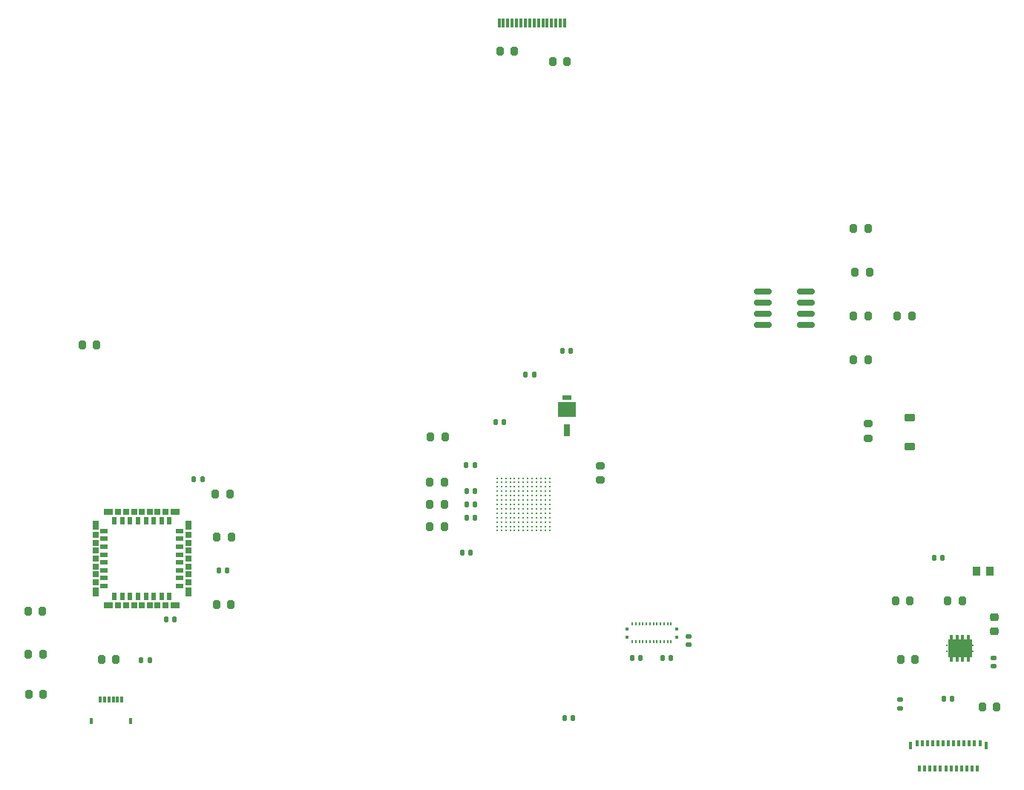
<source format=gbr>
%TF.GenerationSoftware,KiCad,Pcbnew,8.0.1*%
%TF.CreationDate,2024-06-25T09:58:30-03:00*%
%TF.ProjectId,EA075_Optisort,45413037-355f-44f7-9074-69736f72742e,rev?*%
%TF.SameCoordinates,Original*%
%TF.FileFunction,Paste,Top*%
%TF.FilePolarity,Positive*%
%FSLAX46Y46*%
G04 Gerber Fmt 4.6, Leading zero omitted, Abs format (unit mm)*
G04 Created by KiCad (PCBNEW 8.0.1) date 2024-06-25 09:58:30*
%MOMM*%
%LPD*%
G01*
G04 APERTURE LIST*
G04 Aperture macros list*
%AMRoundRect*
0 Rectangle with rounded corners*
0 $1 Rounding radius*
0 $2 $3 $4 $5 $6 $7 $8 $9 X,Y pos of 4 corners*
0 Add a 4 corners polygon primitive as box body*
4,1,4,$2,$3,$4,$5,$6,$7,$8,$9,$2,$3,0*
0 Add four circle primitives for the rounded corners*
1,1,$1+$1,$2,$3*
1,1,$1+$1,$4,$5*
1,1,$1+$1,$6,$7*
1,1,$1+$1,$8,$9*
0 Add four rect primitives between the rounded corners*
20,1,$1+$1,$2,$3,$4,$5,0*
20,1,$1+$1,$4,$5,$6,$7,0*
20,1,$1+$1,$6,$7,$8,$9,0*
20,1,$1+$1,$8,$9,$2,$3,0*%
G04 Aperture macros list end*
%ADD10R,0.298000X1.000000*%
%ADD11R,1.100000X0.500000*%
%ADD12R,2.030000X1.820000*%
%ADD13R,0.750000X1.380000*%
%ADD14C,0.270002*%
%ADD15RoundRect,0.200000X-0.200000X-0.275000X0.200000X-0.275000X0.200000X0.275000X-0.200000X0.275000X0*%
%ADD16RoundRect,0.150000X0.825000X0.150000X-0.825000X0.150000X-0.825000X-0.150000X0.825000X-0.150000X0*%
%ADD17RoundRect,0.200000X0.200000X0.275000X-0.200000X0.275000X-0.200000X-0.275000X0.200000X-0.275000X0*%
%ADD18RoundRect,0.200000X0.275000X-0.200000X0.275000X0.200000X-0.275000X0.200000X-0.275000X-0.200000X0*%
%ADD19R,0.900000X1.000000*%
%ADD20RoundRect,0.218750X-0.256250X0.218750X-0.256250X-0.218750X0.256250X-0.218750X0.256250X0.218750X0*%
%ADD21R,0.300000X0.800000*%
%ADD22R,0.400000X0.800000*%
%ADD23R,0.400000X0.950000*%
%ADD24R,0.300000X0.650000*%
%ADD25R,0.240000X0.350000*%
%ADD26R,0.300000X0.420000*%
%ADD27R,1.100000X0.650000*%
%ADD28R,0.650000X0.650000*%
%ADD29R,0.650000X1.100000*%
%ADD30R,0.500000X0.840000*%
%ADD31R,0.840000X0.500000*%
%ADD32R,0.180000X0.230000*%
%ADD33R,2.740000X2.000000*%
%ADD34R,0.350000X0.500000*%
%ADD35RoundRect,0.225000X0.375000X-0.225000X0.375000X0.225000X-0.375000X0.225000X-0.375000X-0.225000X0*%
%ADD36RoundRect,0.140000X0.140000X0.170000X-0.140000X0.170000X-0.140000X-0.170000X0.140000X-0.170000X0*%
%ADD37RoundRect,0.140000X-0.140000X-0.170000X0.140000X-0.170000X0.140000X0.170000X-0.140000X0.170000X0*%
%ADD38RoundRect,0.140000X0.170000X-0.140000X0.170000X0.140000X-0.170000X0.140000X-0.170000X-0.140000X0*%
%ADD39RoundRect,0.140000X-0.170000X0.140000X-0.170000X-0.140000X0.170000X-0.140000X0.170000X0.140000X0*%
G04 APERTURE END LIST*
D10*
%TO.C,J7*%
X116655000Y-31350000D03*
X116155000Y-31350000D03*
X115655000Y-31350000D03*
X115155000Y-31350000D03*
X114655000Y-31350000D03*
X114155000Y-31350000D03*
X119155000Y-31350000D03*
X120655000Y-31350000D03*
X120155000Y-31350000D03*
X119655000Y-31350000D03*
X118655000Y-31350000D03*
X118155000Y-31350000D03*
X117655000Y-31350000D03*
X117155000Y-31350000D03*
X113655000Y-31350000D03*
X121155000Y-31350000D03*
%TD*%
D11*
%TO.C,D2*%
X121425000Y-74085000D03*
D12*
X121425000Y-75490000D03*
D13*
X121425000Y-77800000D03*
%TD*%
D14*
%TO.C,U1*%
X113425000Y-83300000D03*
X113925000Y-83300000D03*
X114425000Y-83300000D03*
X114925000Y-83300000D03*
X115425000Y-83300000D03*
X115925000Y-83300000D03*
X116425000Y-83300000D03*
X116925000Y-83300000D03*
X117425000Y-83300000D03*
X117925000Y-83300000D03*
X118425000Y-83300000D03*
X118925000Y-83300000D03*
X119425000Y-83300000D03*
X113425000Y-83800000D03*
X113925000Y-83800000D03*
X114425000Y-83800000D03*
X114925000Y-83800000D03*
X115425000Y-83800000D03*
X115925000Y-83800000D03*
X116425000Y-83800000D03*
X116925000Y-83800000D03*
X117425000Y-83800000D03*
X117925000Y-83800000D03*
X118425000Y-83800000D03*
X118925000Y-83800000D03*
X119425000Y-83800000D03*
X113425000Y-84300000D03*
X113925000Y-84300000D03*
X114425000Y-84300000D03*
X114925000Y-84300000D03*
X115425000Y-84300000D03*
X115925000Y-84300000D03*
X116425000Y-84300000D03*
X116925000Y-84300000D03*
X117425000Y-84300000D03*
X117925000Y-84300000D03*
X118425000Y-84300000D03*
X118925000Y-84300000D03*
X119425000Y-84300000D03*
X113425000Y-84800000D03*
X113925000Y-84800000D03*
X114425000Y-84800000D03*
X114925000Y-84800000D03*
X115425000Y-84800000D03*
X115925000Y-84800000D03*
X116425000Y-84800000D03*
X116925000Y-84800000D03*
X117425000Y-84800000D03*
X117925000Y-84800000D03*
X118425000Y-84800000D03*
X118925000Y-84800000D03*
X119425000Y-84800000D03*
X113425000Y-85300000D03*
X113925000Y-85300000D03*
X114425000Y-85300000D03*
X114925000Y-85300000D03*
X115425000Y-85300000D03*
X115925000Y-85300000D03*
X116425000Y-85300000D03*
X116925000Y-85300000D03*
X117425000Y-85300000D03*
X117925000Y-85300000D03*
X118425000Y-85300000D03*
X118925000Y-85300000D03*
X119425000Y-85300000D03*
X113425000Y-85800000D03*
X113925000Y-85800000D03*
X114425000Y-85800000D03*
X114925000Y-85800000D03*
X115425000Y-85800000D03*
X115925000Y-85800000D03*
X116425000Y-85800000D03*
X116925000Y-85800000D03*
X117425000Y-85800000D03*
X117925000Y-85800000D03*
X118425000Y-85800000D03*
X118925000Y-85800000D03*
X119425000Y-85800000D03*
X113425000Y-86300000D03*
X113925000Y-86300000D03*
X114425000Y-86300000D03*
X114925000Y-86300000D03*
X115425000Y-86300000D03*
X115925000Y-86300000D03*
X116425000Y-86300000D03*
X116925000Y-86300000D03*
X117425000Y-86300000D03*
X117925000Y-86300000D03*
X118425000Y-86300000D03*
X118925000Y-86300000D03*
X119425000Y-86300000D03*
X113425000Y-86800000D03*
X113925000Y-86800000D03*
X114425000Y-86800000D03*
X114925000Y-86800000D03*
X115425000Y-86800000D03*
X115925000Y-86800000D03*
X116425000Y-86800000D03*
X116925000Y-86800000D03*
X117425000Y-86800000D03*
X117925000Y-86800000D03*
X118425000Y-86800000D03*
X118925000Y-86800000D03*
X119425000Y-86800000D03*
X113425000Y-87300000D03*
X113925000Y-87300000D03*
X114425000Y-87300000D03*
X114925000Y-87300000D03*
X115425000Y-87300000D03*
X115925000Y-87300000D03*
X116425000Y-87300000D03*
X116925000Y-87300000D03*
X117425000Y-87300000D03*
X117925000Y-87300000D03*
X118425000Y-87300000D03*
X118925000Y-87300000D03*
X119425000Y-87300000D03*
X113425000Y-87800000D03*
X113925000Y-87800000D03*
X114425000Y-87800000D03*
X114925000Y-87800000D03*
X115425000Y-87800000D03*
X115925000Y-87800000D03*
X116425000Y-87800000D03*
X116925000Y-87800000D03*
X117425000Y-87800000D03*
X117925000Y-87800000D03*
X118425000Y-87800000D03*
X118925000Y-87800000D03*
X119425000Y-87800000D03*
X113425000Y-88300000D03*
X113925000Y-88300000D03*
X114425000Y-88300000D03*
X114925000Y-88300000D03*
X115425000Y-88300000D03*
X115925000Y-88300000D03*
X116425000Y-88300000D03*
X116925000Y-88300000D03*
X117425000Y-88300000D03*
X117925000Y-88300000D03*
X118425000Y-88300000D03*
X118925000Y-88300000D03*
X119425000Y-88300000D03*
X113425000Y-88800000D03*
X113925000Y-88800000D03*
X114425000Y-88800000D03*
X114925000Y-88800000D03*
X115425000Y-88800000D03*
X115925000Y-88800000D03*
X116425000Y-88800000D03*
X116925000Y-88800000D03*
X117425000Y-88800000D03*
X117925000Y-88800000D03*
X118425000Y-88800000D03*
X118925000Y-88800000D03*
X119425000Y-88800000D03*
X113425000Y-89300000D03*
X113925000Y-89300000D03*
X114425000Y-89300000D03*
X114925000Y-89300000D03*
X115425000Y-89300000D03*
X115925000Y-89300000D03*
X116425000Y-89300000D03*
X116925000Y-89300000D03*
X117425000Y-89300000D03*
X117925000Y-89300000D03*
X118425000Y-89300000D03*
X118925000Y-89300000D03*
X119425000Y-89300000D03*
%TD*%
D15*
%TO.C,R22*%
X68300000Y-104000000D03*
X69950000Y-104000000D03*
%TD*%
D16*
%TO.C,U2*%
X143750000Y-65810000D03*
X143750000Y-64540000D03*
X143750000Y-63270000D03*
X143750000Y-62000000D03*
X148700000Y-62000000D03*
X148700000Y-63270000D03*
X148700000Y-64540000D03*
X148700000Y-65810000D03*
%TD*%
D17*
%TO.C,R25*%
X113775000Y-34600000D03*
X115425000Y-34600000D03*
%TD*%
D15*
%TO.C,R24*%
X119775000Y-35775000D03*
X121425000Y-35775000D03*
%TD*%
%TO.C,R23*%
X105850000Y-78600000D03*
X107500000Y-78600000D03*
%TD*%
D17*
%TO.C,R21*%
X170425000Y-109400000D03*
X168775000Y-109400000D03*
%TD*%
D15*
%TO.C,R20*%
X161125000Y-104000000D03*
X159475000Y-104000000D03*
%TD*%
%TO.C,R19*%
X105775000Y-88810000D03*
X107425000Y-88810000D03*
%TD*%
%TO.C,R18*%
X105775000Y-86300000D03*
X107425000Y-86300000D03*
%TD*%
%TO.C,R17*%
X105775000Y-83790000D03*
X107425000Y-83790000D03*
%TD*%
%TO.C,R16*%
X66100000Y-68075000D03*
X67750000Y-68075000D03*
%TD*%
%TO.C,R15*%
X160525000Y-97300000D03*
X158875000Y-97300000D03*
%TD*%
D17*
%TO.C,R14*%
X166525000Y-97300000D03*
X164875000Y-97300000D03*
%TD*%
D15*
%TO.C,R13*%
X59900000Y-98500000D03*
X61550000Y-98500000D03*
%TD*%
%TO.C,R12*%
X59950000Y-103400000D03*
X61600000Y-103400000D03*
%TD*%
%TO.C,R11*%
X60000000Y-108000000D03*
X61650000Y-108000000D03*
%TD*%
D18*
%TO.C,R10*%
X155800000Y-77100000D03*
X155800000Y-78750000D03*
%TD*%
D17*
%TO.C,R9*%
X160750000Y-64800000D03*
X159100000Y-64800000D03*
%TD*%
D15*
%TO.C,R8*%
X81300000Y-85100000D03*
X82950000Y-85100000D03*
%TD*%
%TO.C,R7*%
X154100000Y-54800000D03*
X155750000Y-54800000D03*
%TD*%
%TO.C,R6*%
X154100000Y-64800000D03*
X155750000Y-64800000D03*
%TD*%
%TO.C,R5*%
X154275000Y-59800000D03*
X155925000Y-59800000D03*
%TD*%
%TO.C,R4*%
X81450000Y-90000000D03*
X83100000Y-90000000D03*
%TD*%
%TO.C,R3*%
X81400000Y-97700000D03*
X83050000Y-97700000D03*
%TD*%
D18*
%TO.C,R2*%
X125200000Y-83525000D03*
X125200000Y-81875000D03*
%TD*%
D15*
%TO.C,R1*%
X154100000Y-69800000D03*
X155750000Y-69800000D03*
%TD*%
D19*
%TO.C,L2*%
X168100000Y-93900000D03*
X169700000Y-93900000D03*
%TD*%
D20*
%TO.C,L1*%
X170200000Y-100775000D03*
X170200000Y-99200000D03*
%TD*%
D21*
%TO.C,J6*%
X68135000Y-108550000D03*
X68635000Y-108550000D03*
X69135000Y-108550000D03*
X69635000Y-108550000D03*
X70135000Y-108550000D03*
X70635000Y-108550000D03*
D22*
X67135000Y-111050000D03*
X71635000Y-111050000D03*
%TD*%
D23*
%TO.C,J4*%
X160625000Y-113825000D03*
X169225000Y-113825000D03*
D21*
X161325000Y-113550000D03*
D24*
X161625000Y-116425000D03*
D21*
X161925000Y-113550000D03*
D24*
X162225000Y-116425000D03*
D21*
X162525000Y-113550000D03*
D24*
X162825000Y-116425000D03*
D21*
X163125000Y-113550000D03*
D24*
X163425000Y-116425000D03*
D21*
X163725000Y-113550000D03*
D24*
X164025000Y-116425000D03*
D21*
X164325000Y-113550000D03*
D24*
X164625000Y-116425000D03*
D21*
X164925000Y-113550000D03*
D24*
X165225000Y-116425000D03*
D21*
X165525000Y-113550000D03*
D24*
X165825000Y-116425000D03*
D21*
X166125000Y-113550000D03*
D24*
X166425000Y-116425000D03*
D21*
X166725000Y-113550000D03*
D24*
X167025000Y-116425000D03*
D21*
X167325000Y-113550000D03*
D24*
X167625000Y-116425000D03*
D21*
X167925000Y-113550000D03*
D24*
X168225000Y-116425000D03*
D21*
X168525000Y-113550000D03*
%TD*%
D25*
%TO.C,J3*%
X128875000Y-101999999D03*
X129275000Y-101999999D03*
X129675000Y-101999999D03*
X130075000Y-101999999D03*
X130475000Y-101999999D03*
X130875000Y-101999999D03*
X131275000Y-101999999D03*
X131675000Y-101999999D03*
X132075000Y-101999999D03*
X132475000Y-101999999D03*
X132875000Y-101999999D03*
X133275000Y-101999999D03*
X133275000Y-99950001D03*
X132875000Y-99950001D03*
X132475000Y-99950001D03*
X132075000Y-99950001D03*
X131675000Y-99950001D03*
X131275000Y-99950001D03*
X130875000Y-99950001D03*
X130475000Y-99950001D03*
X130075000Y-99950001D03*
X129675000Y-99950001D03*
X129275000Y-99950001D03*
X128875000Y-99950001D03*
D26*
X133905000Y-101455000D03*
X128245000Y-101455000D03*
X133905000Y-100495000D03*
X128245000Y-100495000D03*
%TD*%
D27*
%TO.C,J2*%
X69080000Y-87170000D03*
D28*
X70205000Y-87170000D03*
X71105000Y-87170000D03*
X72005000Y-87170000D03*
X72905000Y-87170000D03*
X73805000Y-87170000D03*
X74705000Y-87170000D03*
X75605000Y-87170000D03*
D27*
X76730000Y-87170000D03*
D29*
X78210000Y-88650000D03*
D28*
X78210000Y-89775000D03*
X78210000Y-90675000D03*
X78210000Y-91575000D03*
X78210000Y-92475000D03*
X78210000Y-93375000D03*
X78210000Y-94275000D03*
X78210000Y-95175000D03*
D29*
X78210000Y-96300000D03*
D27*
X76730000Y-97780000D03*
D28*
X75605000Y-97780000D03*
X74705000Y-97780000D03*
X73805000Y-97780000D03*
X72905000Y-97780000D03*
X72005000Y-97780000D03*
X71105000Y-97780000D03*
X70205000Y-97780000D03*
D27*
X69080000Y-97780000D03*
D29*
X67600000Y-96300000D03*
D28*
X67600000Y-95175000D03*
X67600000Y-94275000D03*
X67600000Y-93375000D03*
X67600000Y-92475000D03*
X67600000Y-91575000D03*
X67600000Y-90675000D03*
X67600000Y-89775000D03*
D29*
X67600000Y-88650000D03*
D30*
X69755000Y-88165000D03*
X70655000Y-88165000D03*
X71555000Y-88165000D03*
X72455000Y-88165000D03*
X73355000Y-88165000D03*
X74255000Y-88165000D03*
X75155000Y-88165000D03*
X76055000Y-88165000D03*
D31*
X77215000Y-89325000D03*
X77215000Y-90225000D03*
X77215000Y-91125000D03*
X77215000Y-92025000D03*
X77215000Y-92925000D03*
X77215000Y-93825000D03*
X77215000Y-94725000D03*
X77215000Y-95625000D03*
D30*
X76055000Y-96785000D03*
X75155000Y-96785000D03*
X74255000Y-96785000D03*
X73355000Y-96785000D03*
X72455000Y-96785000D03*
X71555000Y-96785000D03*
X70655000Y-96785000D03*
X69755000Y-96785000D03*
D31*
X68595000Y-95625000D03*
X68595000Y-94725000D03*
X68595000Y-93825000D03*
X68595000Y-92925000D03*
X68595000Y-92025000D03*
X68595000Y-91125000D03*
X68595000Y-90225000D03*
X68595000Y-89325000D03*
%TD*%
D32*
%TO.C,IC1*%
X164780000Y-103050000D03*
X164780000Y-102400000D03*
X167700000Y-102400000D03*
X167700000Y-103050000D03*
D33*
X166240000Y-102725000D03*
D34*
X167215000Y-104025000D03*
X166565000Y-104025000D03*
X165915000Y-104025000D03*
X165265000Y-104025000D03*
X165265000Y-101425000D03*
X165915000Y-101425000D03*
X166565000Y-101425000D03*
X167215000Y-101425000D03*
%TD*%
D35*
%TO.C,D1*%
X160500000Y-76400000D03*
X160500000Y-79700000D03*
%TD*%
D36*
%TO.C,C22*%
X116700000Y-71500000D03*
X117660000Y-71500000D03*
%TD*%
D37*
%TO.C,C21*%
X121115000Y-110650000D03*
X122075000Y-110650000D03*
%TD*%
D36*
%TO.C,C20*%
X165380000Y-108500000D03*
X164420000Y-108500000D03*
%TD*%
D38*
%TO.C,C19*%
X159400000Y-109560000D03*
X159400000Y-108600000D03*
%TD*%
D39*
%TO.C,C18*%
X170100000Y-104760000D03*
X170100000Y-103800000D03*
%TD*%
D37*
%TO.C,C17*%
X164280000Y-92400000D03*
X163320000Y-92400000D03*
%TD*%
%TO.C,C16*%
X72840000Y-104100000D03*
X73800000Y-104100000D03*
%TD*%
%TO.C,C15*%
X113240000Y-76900000D03*
X114200000Y-76900000D03*
%TD*%
%TO.C,C14*%
X109965000Y-86300000D03*
X110925000Y-86300000D03*
%TD*%
%TO.C,C13*%
X109945000Y-87800000D03*
X110905000Y-87800000D03*
%TD*%
%TO.C,C12*%
X109945000Y-84800000D03*
X110905000Y-84800000D03*
%TD*%
%TO.C,C11*%
X109925000Y-81800000D03*
X110885000Y-81800000D03*
%TD*%
D36*
%TO.C,C10*%
X120905000Y-68800000D03*
X121865000Y-68800000D03*
%TD*%
D37*
%TO.C,C9*%
X109445000Y-91800000D03*
X110405000Y-91800000D03*
%TD*%
D39*
%TO.C,C8*%
X135295000Y-102305000D03*
X135295000Y-101345000D03*
%TD*%
D37*
%TO.C,C7*%
X133275000Y-103805000D03*
X132315000Y-103805000D03*
%TD*%
%TO.C,C6*%
X129775000Y-103805000D03*
X128815000Y-103805000D03*
%TD*%
%TO.C,C5*%
X81700000Y-93800000D03*
X82660000Y-93800000D03*
%TD*%
%TO.C,C4*%
X78840000Y-83400000D03*
X79800000Y-83400000D03*
%TD*%
D36*
%TO.C,C3*%
X76600000Y-99400000D03*
X75640000Y-99400000D03*
%TD*%
M02*

</source>
